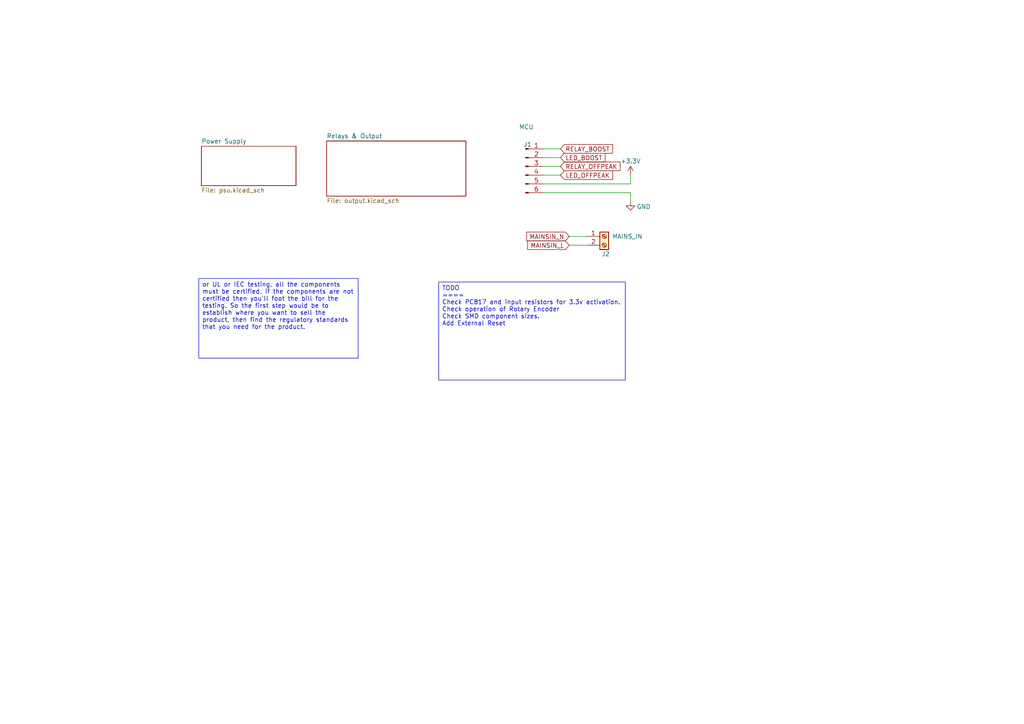
<source format=kicad_sch>
(kicad_sch (version 20230121) (generator eeschema)
  (paper "A4")
  (lib_symbols
    (symbol "Connector:Conn_01x06_Pin" (pin_names (offset 1.016) hide)
      (property "Reference" "J" (at 0 7.62 0))
      (property "Value" "Conn_01x06_Pin" (at 0 -10.16 0))
      (symbol "Conn_01x06_Pin_1_1"
        (polyline (pts (xy 1.27 -7.62) (xy 0.8636 -7.62)) (stroke (width 0.1524)))
        (polyline (pts (xy 1.27 -5.08) (xy 0.8636 -5.08)) (stroke (width 0.1524)))
        (polyline (pts (xy 1.27 -2.54) (xy 0.8636 -2.54)) (stroke (width 0.1524)))
        (polyline (pts (xy 1.27 0) (xy 0.8636 0)) (stroke (width 0.1524)))
        (polyline (pts (xy 1.27 2.54) (xy 0.8636 2.54)) (stroke (width 0.1524)))
        (polyline (pts (xy 1.27 5.08) (xy 0.8636 5.08)) (stroke (width 0.1524)))
        (rectangle (start 0.8636 -7.493) (end 0 -7.747) (stroke (width 0.1524)) (fill (type outline)))
        (rectangle (start 0.8636 -4.953) (end 0 -5.207) (stroke (width 0.1524)) (fill (type outline)))
        (rectangle (start 0.8636 -2.413) (end 0 -2.667) (stroke (width 0.1524)) (fill (type outline)))
        (rectangle (start 0.8636 0.127) (end 0 -0.127) (stroke (width 0.1524)) (fill (type outline)))
        (rectangle (start 0.8636 2.667) (end 0 2.413) (stroke (width 0.1524)) (fill (type outline)))
        (rectangle (start 0.8636 5.207) (end 0 4.953) (stroke (width 0.1524)) (fill (type outline)))
        (pin passive line (at 5.08 5.08 180) (length 3.81) (name "Pin_1") (number "1"))
        (pin passive line (at 5.08 2.54 180) (length 3.81) (name "Pin_2") (number "2"))
        (pin passive line (at 5.08 0 180) (length 3.81) (name "Pin_3") (number "3"))
        (pin passive line (at 5.08 -2.54 180) (length 3.81) (name "Pin_4") (number "4"))
        (pin passive line (at 5.08 -5.08 180) (length 3.81) (name "Pin_5") (number "5"))
        (pin passive line (at 5.08 -7.62 180) (length 3.81) (name "Pin_6") (number "6"))
      )
    )
    (symbol "Connector:Screw_Terminal_01x02" (pin_names (offset 1.016) hide)
      (property "Reference" "J" (at 0 2.54 0))
      (property "Value" "Screw_Terminal_01x02" (at 0 -5.08 0))
      (symbol "Screw_Terminal_01x02_1_1"
        (rectangle (start -1.27 1.27) (end 1.27 -3.81) (stroke (width 0.254)) (fill (type background)))
        (circle (center 0 -2.54) (radius 0.635) (stroke (width 0.1524)))
        (polyline (pts (xy -0.5334 -2.2098) (xy 0.3302 -3.048)) (stroke (width 0.1524)))
        (polyline (pts (xy -0.5334 0.3302) (xy 0.3302 -0.508)) (stroke (width 0.1524)))
        (polyline (pts (xy -0.3556 -2.032) (xy 0.508 -2.8702)) (stroke (width 0.1524)))
        (polyline (pts (xy -0.3556 0.508) (xy 0.508 -0.3302)) (stroke (width 0.1524)))
        (circle (center 0 0) (radius 0.635) (stroke (width 0.1524)))
        (pin passive line (at -5.08 0 0) (length 3.81) (name "Pin_1") (number "1"))
        (pin passive line (at -5.08 -2.54 0) (length 3.81) (name "Pin_2") (number "2"))
      )
    )
    (symbol "power:+3.3V" (power) (pin_names (offset 0))
      (property "Value" "+3.3V" (at 0 3.556 0))
      (symbol "+3.3V_0_1"
        (polyline (pts (xy -0.762 1.27) (xy 0 2.54)))
        (polyline (pts (xy 0 0) (xy 0 2.54)))
        (polyline (pts (xy 0 2.54) (xy 0.762 1.27)))
      )
      (symbol "+3.3V_1_1"
        (pin power_in line (at 0 0 90) (length 0) hide (name "+3.3V") (number "1"))
      )
    )
    (symbol "power:GND" (power) (pin_names (offset 0))
      (property "Value" "GND" (at 0 -3.81 0))
      (symbol "GND_0_1"
        (polyline (pts (xy 0 0) (xy 0 -1.27) (xy 1.27 -1.27) (xy 0 -2.54) (xy -1.27 -1.27) (xy 0 -1.27)))
      )
      (symbol "GND_1_1"
        (pin power_in line (at 0 0 270) (length 0) hide (name "GND") (number "1"))
      )
    )
  )
  (wire (pts (xy 157.48 48.26) (xy 162.56 48.26)))
  (wire (pts (xy 182.88 55.88) (xy 182.88 58.42)))
  (wire (pts (xy 157.48 53.34) (xy 182.88 53.34)))
  (wire (pts (xy 165.1 68.58) (xy 170.18 68.58)))
  (wire (pts (xy 182.88 50.8) (xy 182.88 53.34)))
  (wire (pts (xy 165.1 71.12) (xy 170.18 71.12)))
  (wire (pts (xy 157.48 55.88) (xy 182.88 55.88)))
  (wire (pts (xy 157.48 50.8) (xy 162.56 50.8)))
  (wire (pts (xy 157.48 43.18) (xy 162.56 43.18)))
  (wire (pts (xy 157.48 45.72) (xy 162.56 45.72)))
  (text_box "or UL or IEC testing, all the components must be certified, if the components are not certified then you'll foot the bill for the testing. So the first step would be to establish where you want to sell the product, then find the regulatory standards that you need for the product." (at 57.658 80.772 0) (size 46.228 23.114) (effects (font (size 1.27 1.27)) (justify left top)))
  (text_box "TODO\n====\nCheck PC817 and input resistors for 3.3v activation.\nCheck operation of Rotary Encoder\nCheck SMD component sizes.\nAdd External Reset\n" (at 127.254 81.788 0) (size 54.102 28.448) (effects (font (size 1.27 1.27)) (justify left top)))
  (global_label "RELAY_OFFPEAK" (shape input) (at 162.56 48.26 0) (property "Intersheetrefs" "${INTERSHEET_REFS}" (effects hide)))
  (global_label "LED_OFFPEAK" (shape input) (at 162.56 50.8 0) (property "Intersheetrefs" "${INTERSHEET_REFS}" (effects hide)))
  (global_label "LED_BOOST" (shape input) (at 162.56 45.72 0) (property "Intersheetrefs" "${INTERSHEET_REFS}" (effects hide)))
  (global_label "MAINSIN_L" (shape input) (at 165.1 71.12 180) (property "Intersheetrefs" "${INTERSHEET_REFS}" (effects hide)))
  (global_label "RELAY_BOOST" (shape input) (at 162.56 43.18 0) (property "Intersheetrefs" "${INTERSHEET_REFS}" (effects hide)))
  (global_label "MAINSIN_N" (shape input) (at 165.1 68.58 180) (property "Intersheetrefs" "${INTERSHEET_REFS}" (effects hide)))
  (symbol (lib_id "power:GND") (at 182.88 58.42 0) (unit 1)
    (property "Reference" "#PWR04" (effects hide))
    (property "Value" "GND" (at 186.69 59.944 0))
  )
  (symbol (lib_id "Connector:Screw_Terminal_01x02") (at 175.26 68.58 0) (unit 1)
    (property "Reference" "J2" (at 174.498 73.66 0) (effects (justify left)))
    (property "Value" "MAINS_IN" (at 177.546 68.58 0) (effects (justify left)))
    (property "Footprint" "TerminalBlock2:HB9500-9.5-2P" (effects hide))
  )
  (symbol (lib_id "power:+3.3V") (at 182.88 50.8 0) (unit 1)
    (property "Reference" "#PWR05" (effects hide))
    (property "Value" "+3.3V" (at 182.88 46.736 0))
  )
  (symbol (lib_id "Connector:Conn_01x06_Pin") (at 152.4 48.26 0) (unit 1)
    (property "Reference" "J1" (at 153.035 41.91 0))
    (property "Value" "MCU" (at 152.654 36.83 0))
    (property "Footprint" "Connector_PinHeader_2.54mm:PinHeader_1x06_P2.54mm_Vertical" (effects hide))
  )
  (sheet (at 94.742 40.894) (size 40.386 16.002) (stroke (width 0.1524))
    (property "Sheetname" "Relays & Output" (at 94.742 40.1824 0) (effects (justify left bottom)))
    (property "Sheetfile" "output.kicad_sch" (at 94.742 57.4806 0) (effects (justify left top)))
  )
  (sheet (at 58.42 42.418) (size 27.432 11.43) (stroke (width 0.1524))
    (property "Sheetname" "Power Supply" (at 58.42 41.7064 0) (effects (justify left bottom)))
    (property "Sheetfile" "psu.kicad_sch" (at 58.42 54.4326 0) (effects (justify left top)))
  )
)
</source>
